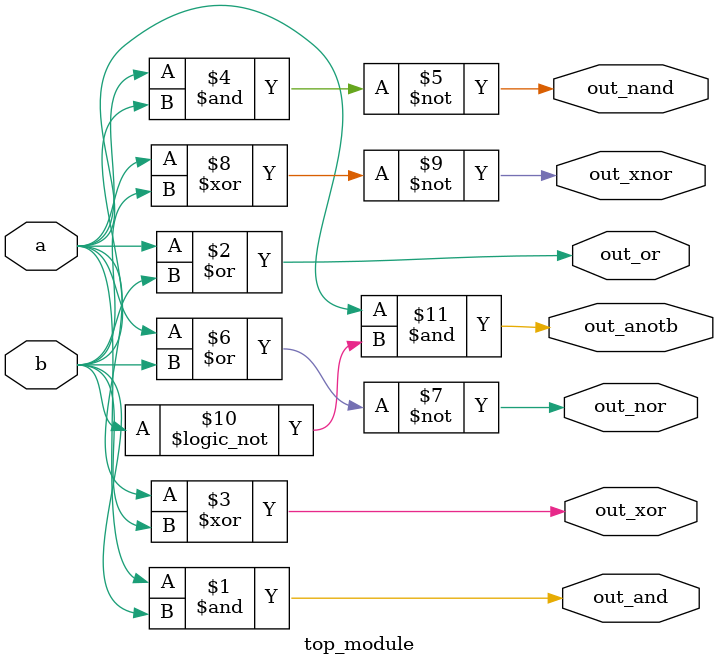
<source format=v>
module top_module( 
    input a, b,
    output out_and,
    output out_or,
    output out_xor,
    output out_nand,
    output out_nor,
    output out_xnor,
    output out_anotb
);
    assign out_and = a & b;
    assign out_or = a | b;
    assign out_xor = a ^ b;
    assign out_nand = ~(a & b);
    assign out_nor = ~(a | b);
    assign out_xnor = ~(a ^ b);
    assign out_anotb = a & (!b);

endmodule
</source>
